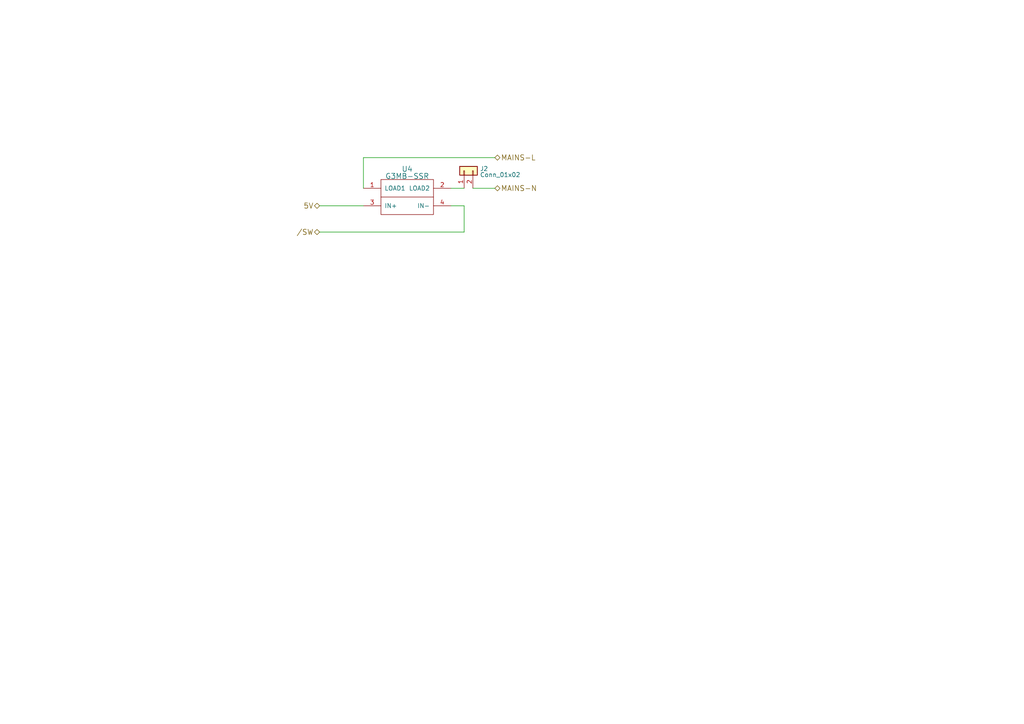
<source format=kicad_sch>
(kicad_sch (version 20230409) (generator eeschema)
  (paper "A4")
  (lib_symbols
    (symbol "Connector_Generic:Conn_01x02" (pin_names (offset 1.016) hide)
      (property "Reference" "J" (at 0 2.54 0))
      (property "Value" "Conn_01x02" (at 0 -5.08 0))
      (symbol "Conn_01x02_1_1"
        (rectangle (start -1.27 -2.413) (end 0 -2.667) (stroke (width 0.1524)))
        (rectangle (start -1.27 0.127) (end 0 -0.127) (stroke (width 0.1524)))
        (rectangle (start -1.27 1.27) (end 1.27 -3.81) (stroke (width 0.254)) (fill (type background)))
        (pin passive line (at -5.08 0 0) (length 3.81) (name "Pin_1") (number "1"))
        (pin passive line (at -5.08 -2.54 0) (length 3.81) (name "Pin_2") (number "2"))
      )
    )
    (symbol "Drake:G3MB-SSR" (pin_names (offset 1.016))
      (property "Reference" "U" (at 0 7.62 0))
      (property "Value" "G3MB-SSR" (at 0 -7.62 0))
      (symbol "G3MB-SSR_0_1"
        (rectangle (start -7.62 5.08) (end 7.62 -5.08))
        (polyline (pts (xy -7.62 0) (xy 7.62 0)))
      )
      (symbol "G3MB-SSR_1_1"
        (pin input line (at -12.7 2.54 0) (length 5.08) (name "LOAD1") (number "1"))
        (pin input line (at 12.7 2.54 180) (length 5.08) (name "LOAD2") (number "2"))
        (pin input line (at -12.7 -2.54 0) (length 5.08) (name "IN+") (number "3"))
        (pin input line (at 12.7 -2.54 180) (length 5.08) (name "IN-") (number "4"))
      )
    )
  )
  (wire (pts (xy 143.51 45.72) (xy 105.41 45.72)))
  (wire (pts (xy 134.62 67.31) (xy 134.62 59.69)))
  (wire (pts (xy 130.81 54.61) (xy 134.62 54.61)))
  (wire (pts (xy 105.41 45.72) (xy 105.41 54.61)))
  (wire (pts (xy 92.71 59.69) (xy 105.41 59.69)))
  (wire (pts (xy 92.71 67.31) (xy 134.62 67.31)))
  (wire (pts (xy 130.81 59.69) (xy 134.62 59.69)))
  (wire (pts (xy 143.51 54.61) (xy 137.16 54.61)))
  (hierarchical_label "MAINS-L" (shape bidirectional) (at 143.51 45.72 0) (effects (font (size 1.524 1.524))))
  (hierarchical_label "/SW" (shape bidirectional) (at 92.71 67.31 180) (effects (font (size 1.524 1.524))))
  (hierarchical_label "5V" (shape bidirectional) (at 92.71 59.69 180) (effects (font (size 1.524 1.524))))
  (hierarchical_label "MAINS-N" (shape bidirectional) (at 143.51 54.61 0) (effects (font (size 1.524 1.524))))
  (symbol (lib_id "Connector_Generic:Conn_01x02") (at 134.62 49.53 90) (unit 1)
    (property "Reference" "J2" (at 139.192 48.9355 90) (effects (justify right)))
    (property "Value" "Conn_01x02" (at 139.192 50.6977 90) (effects (justify right)))
    (property "Footprint" "Drake:DG235-3.81-02P" (effects hide))
    (instances (project "SSR8A" (path "" (reference "J2") (unit 1)) (path "" (reference "J3") (unit 1)) (path "" (reference "J4") (unit 1)) (path "" (reference "J5") (unit 1)) (path "" (reference "J6") (unit 1)) (path "" (reference "J7") (unit 1)) (path "" (reference "J8") (unit 1)) (path "" (reference "J9") (unit 1))))
  )
  (symbol (lib_id "Drake:G3MB-SSR") (at 118.11 57.15 0) (unit 1)
    (property "Reference" "U4" (at 118.11 49.0271 0) (effects (font (size 1.524 1.524))))
    (property "Value" "G3MB-SSR" (at 118.11 51.0909 0) (effects (font (size 1.524 1.524))))
    (property "Footprint" "Drake:G3MB-SSR" (effects hide))
    (instances (project "SSR8A" (path "" (reference "U4") (unit 1)) (path "" (reference "U5") (unit 1)) (path "" (reference "U6") (unit 1)) (path "" (reference "U7") (unit 1)) (path "" (reference "U8") (unit 1)) (path "" (reference "U9") (unit 1)) (path "" (reference "U10") (unit 1)) (path "" (reference "U11") (unit 1))))
  )
)
</source>
